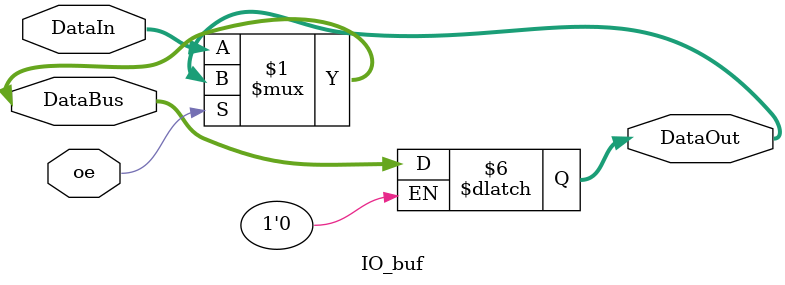
<source format=v>
module IO_buf (
    input  wire            oe,
    input  wire      [7:0] DataIn,
    inout  wire      [7:0] DataBus,
    output reg  [7:0] DataOut
);
    // wenn oe == HIGH dann DataOut
    assign DataBus = oe ? DataOut : DataIn;

    always @(*) begin
        if (!oe) begin
            DataOut <= DataBus;
        end
    end

endmodule
</source>
